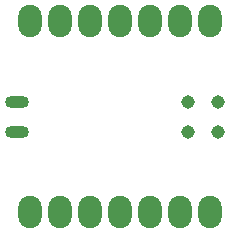
<source format=gbr>
%TF.GenerationSoftware,KiCad,Pcbnew,8.0.6*%
%TF.CreationDate,2025-01-13T20:16:21-05:00*%
%TF.ProjectId,TamaBadge,54616d61-4261-4646-9765-2e6b69636164,rev?*%
%TF.SameCoordinates,Original*%
%TF.FileFunction,Paste,Top*%
%TF.FilePolarity,Positive*%
%FSLAX46Y46*%
G04 Gerber Fmt 4.6, Leading zero omitted, Abs format (unit mm)*
G04 Created by KiCad (PCBNEW 8.0.6) date 2025-01-13 20:16:21*
%MOMM*%
%LPD*%
G01*
G04 APERTURE LIST*
%ADD10C,1.143000*%
%ADD11O,2.032000X1.016000*%
%ADD12O,1.998980X2.748280*%
G04 APERTURE END LIST*
D10*
%TO.C,U1*%
X122464187Y-135038803D03*
X122464187Y-132498803D03*
X125004187Y-135038803D03*
X125004187Y-132498803D03*
D11*
X108000000Y-135050000D03*
X108000000Y-132500000D03*
D12*
X124317820Y-141797680D03*
X121777820Y-141797680D03*
X119237820Y-141797680D03*
X116697820Y-141797680D03*
X114157820Y-141797680D03*
X111617820Y-141797680D03*
X109077820Y-141797680D03*
X109077820Y-125633120D03*
X111617820Y-125633120D03*
X114157820Y-125633120D03*
X116697820Y-125633120D03*
X119237820Y-125633120D03*
X121777820Y-125633120D03*
X124317820Y-125633120D03*
%TD*%
M02*

</source>
